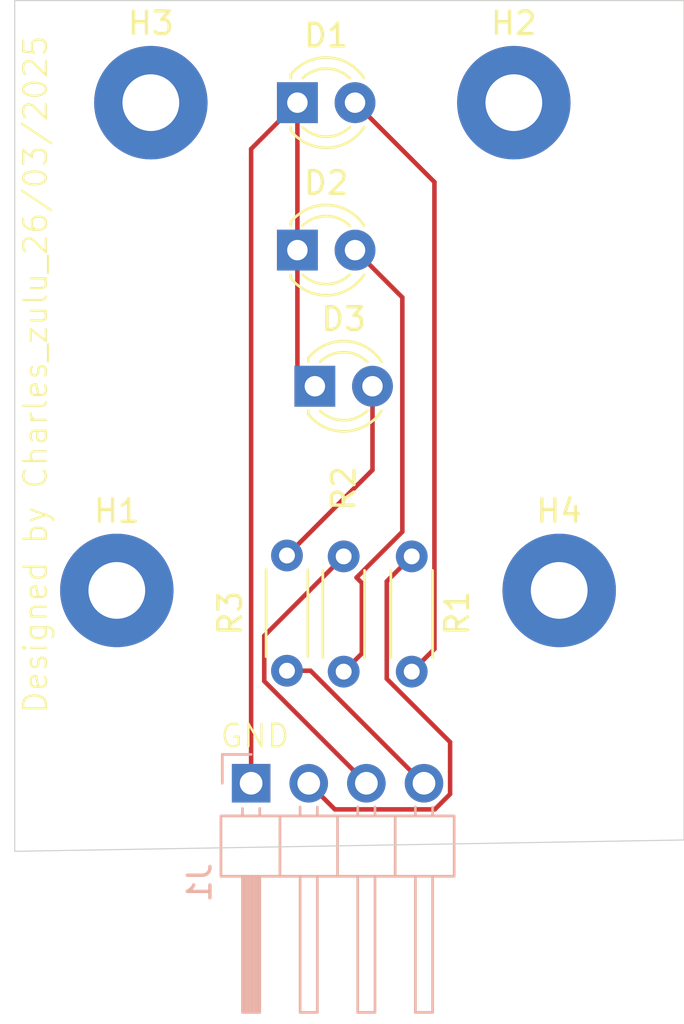
<source format=kicad_pcb>
(kicad_pcb (version 20241229) (generator "pcbnew") (generator_version "9.0")
  (layers (0 "F.Cu" signal) (2 "B.Cu" signal) (13 "F.Paste" user) (15 "B.Paste" user) (5 "F.SilkS" user "F.Silkscreen") (7 "B.SilkS" user "B.Silkscreen") (1 "F.Mask" user) (3 "B.Mask" user) (25 "Edge.Cuts" user))
  (net 0 "")
  (net 1 "Net-(D1-K)")
  (net 2 "Net-(D1-A)")
  (net 3 "Net-(D2-A)")
  (net 4 "Net-(D3-A)")
  (net 5 "Net-(J1-Pin_4)")
  (net 6 "Net-(J1-Pin_3)")
  (net 7 "Net-(J1-Pin_2)")
  (footprint "MountingHole:MountingHole_2.5mm_Pad" (layer "F.Cu") (at 151 105.5)
    (property "Reference" "H4" (at 0 -3.5 0) (layer "F.SilkS"))
    (property "Value" "MountingHole")
    (pad "1" thru_hole circle (at 0 0) (size 5 5) (drill 2.5) (layers "*.Cu" "*.Mask"))
  )
  (footprint "MountingHole:MountingHole_2.5mm_Pad" (layer "F.Cu") (at 149 84)
    (property "Reference" "H2" (at 0 -3.5 0) (layer "F.SilkS"))
    (property "Value" "MountingHole")
    (pad "1" thru_hole circle (at 0 0) (size 5 5) (drill 2.5) (layers "*.Cu" "*.Mask"))
  )
  (footprint "LED_THT:LED_D3.0mm" (layer "F.Cu") (at 139.46 84)
    (property "Reference" "D1" (at 1.27 -2.96 0) (layer "F.SilkS"))
    (property "Value" "LED")
    (fp_line (start -0.29 -1.236) (end -0.29 -1.08) (stroke (width 0.12)) (layer "F.SilkS"))
    (fp_line (start -0.29 1.08) (end -0.29 1.236) (stroke (width 0.12)) (layer "F.SilkS"))
    (fp_arc (start -0.29 -1.235516) (mid 1.365624 -1.987701) (end 2.941397 -1.080061) (stroke (width 0.12)) (layer "F.SilkS"))
    (fp_arc (start 0.229039 -1.08) (mid 1.269964 -1.5) (end 2.31091 -1.080049) (stroke (width 0.12)) (layer "F.SilkS"))
    (fp_arc (start 2.31091 1.080049) (mid 1.269964 1.5) (end 0.229039 1.08) (stroke (width 0.12)) (layer "F.SilkS"))
    (fp_arc (start 2.941397 1.080061) (mid 1.365624 1.987701) (end -0.29 1.235516) (stroke (width 0.12)) (layer "F.SilkS"))
    (pad "1" thru_hole rect (at 0 0) (size 1.8 1.8) (drill 0.9) (layers "*.Cu" "*.Mask") (net 1 "Net-(D1-K)"))
    (pad "2" thru_hole circle (at 2.54 0) (size 1.8 1.8) (drill 0.9) (layers "*.Cu" "*.Mask") (net 2 "Net-(D1-A)"))
  )
  (footprint "MountingHole:MountingHole_2.5mm_Pad" (layer "F.Cu") (at 131.5 105.5)
    (property "Reference" "H1" (at 0 -3.5 0) (layer "F.SilkS"))
    (property "Value" "MountingHole")
    (pad "1" thru_hole circle (at 0 0) (size 5 5) (drill 2.5) (layers "*.Cu" "*.Mask"))
  )
  (footprint "Resistor_THT:R_Axial_DIN0204_L3.6mm_D1.6mm_P5.08mm_Horizontal" (layer "F.Cu") (at 139 103.96 -90)
    (property "Reference" "R3" (at 2.54 2.5 90) (layer "F.SilkS"))
    (property "Value" "R")
    (fp_line (start 0.62 0.92) (end 4.46 0.92) (stroke (width 0.12)) (layer "F.SilkS"))
    (fp_line (start 0.62 -0.92) (end 4.46 -0.92) (stroke (width 0.12)) (layer "F.SilkS"))
    (pad "1" thru_hole circle (at 0 0 270) (size 1.4 1.4) (drill 0.7) (layers "*.Cu" "*.Mask") (net 4 "Net-(D3-A)"))
    (pad "2" thru_hole oval (at 5.08 0 270) (size 1.4 1.4) (drill 0.7) (layers "*.Cu" "*.Mask") (net 5 "Net-(J1-Pin_4)"))
  )
  (footprint "MountingHole:MountingHole_2.5mm_Pad" (layer "F.Cu") (at 133 84)
    (property "Reference" "H3" (at 0 -3.5 0) (layer "F.SilkS"))
    (property "Value" "MountingHole")
    (pad "1" thru_hole circle (at 0 0) (size 5 5) (drill 2.5) (layers "*.Cu" "*.Mask"))
  )
  (footprint "Resistor_THT:R_Axial_DIN0204_L3.6mm_D1.6mm_P5.08mm_Horizontal" (layer "F.Cu") (at 144.5 109.08 90)
    (property "Reference" "R1" (at 2.58 2 90) (layer "F.SilkS"))
    (property "Value" "R")
    (fp_line (start 0.62 -0.92) (end 4.46 -0.92) (stroke (width 0.12)) (layer "F.SilkS"))
    (fp_line (start 0.62 0.92) (end 4.46 0.92) (stroke (width 0.12)) (layer "F.SilkS"))
    (pad "1" thru_hole circle (at 0 0 90) (size 1.4 1.4) (drill 0.7) (layers "*.Cu" "*.Mask") (net 2 "Net-(D1-A)"))
    (pad "2" thru_hole oval (at 5.08 0 90) (size 1.4 1.4) (drill 0.7) (layers "*.Cu" "*.Mask") (net 7 "Net-(J1-Pin_2)"))
  )
  (footprint "LED_THT:LED_D3.0mm" (layer "F.Cu") (at 139.46 90.5)
    (property "Reference" "D2" (at 1.27 -2.96 0) (layer "F.SilkS"))
    (property "Value" "LED")
    (fp_line (start -0.29 -1.236) (end -0.29 -1.08) (stroke (width 0.12)) (layer "F.SilkS"))
    (fp_line (start -0.29 1.08) (end -0.29 1.236) (stroke (width 0.12)) (layer "F.SilkS"))
    (fp_arc (start -0.29 -1.235516) (mid 1.365624 -1.987701) (end 2.941397 -1.080061) (stroke (width 0.12)) (layer "F.SilkS"))
    (fp_arc (start 0.229039 -1.08) (mid 1.269964 -1.5) (end 2.31091 -1.080049) (stroke (width 0.12)) (layer "F.SilkS"))
    (fp_arc (start 2.31091 1.080049) (mid 1.269964 1.5) (end 0.229039 1.08) (stroke (width 0.12)) (layer "F.SilkS"))
    (fp_arc (start 2.941397 1.080061) (mid 1.365624 1.987701) (end -0.29 1.235516) (stroke (width 0.12)) (layer "F.SilkS"))
    (pad "1" thru_hole rect (at 0 0) (size 1.8 1.8) (drill 0.9) (layers "*.Cu" "*.Mask") (net 1 "Net-(D1-K)"))
    (pad "2" thru_hole circle (at 2.54 0) (size 1.8 1.8) (drill 0.9) (layers "*.Cu" "*.Mask") (net 3 "Net-(D2-A)"))
  )
  (footprint "LED_THT:LED_D3.0mm" (layer "F.Cu") (at 140.23 96.5)
    (property "Reference" "D3" (at 1.27 -2.96 0) (layer "F.SilkS"))
    (property "Value" "LED")
    (fp_line (start -0.29 -1.236) (end -0.29 -1.08) (stroke (width 0.12)) (layer "F.SilkS"))
    (fp_line (start -0.29 1.08) (end -0.29 1.236) (stroke (width 0.12)) (layer "F.SilkS"))
    (fp_arc (start -0.29 -1.235516) (mid 1.365624 -1.987701) (end 2.941397 -1.080061) (stroke (width 0.12)) (layer "F.SilkS"))
    (fp_arc (start 0.229039 -1.08) (mid 1.269964 -1.5) (end 2.31091 -1.080049) (stroke (width 0.12)) (layer "F.SilkS"))
    (fp_arc (start 2.31091 1.080049) (mid 1.269964 1.5) (end 0.229039 1.08) (stroke (width 0.12)) (layer "F.SilkS"))
    (fp_arc (start 2.941397 1.080061) (mid 1.365624 1.987701) (end -0.29 1.235516) (stroke (width 0.12)) (layer "F.SilkS"))
    (pad "1" thru_hole rect (at 0 0) (size 1.8 1.8) (drill 0.9) (layers "*.Cu" "*.Mask") (net 1 "Net-(D1-K)"))
    (pad "2" thru_hole circle (at 2.54 0) (size 1.8 1.8) (drill 0.9) (layers "*.Cu" "*.Mask") (net 4 "Net-(D3-A)"))
  )
  (footprint "Resistor_THT:R_Axial_DIN0204_L3.6mm_D1.6mm_P5.08mm_Horizontal" (layer "F.Cu") (at 141.5 109.08 90)
    (property "Reference" "R2" (at 8.08 0 90) (layer "F.SilkS"))
    (property "Value" "R")
    (fp_line (start 0.62 -0.92) (end 4.46 -0.92) (stroke (width 0.12)) (layer "F.SilkS"))
    (fp_line (start 0.62 0.92) (end 4.46 0.92) (stroke (width 0.12)) (layer "F.SilkS"))
    (pad "1" thru_hole circle (at 0 0 90) (size 1.4 1.4) (drill 0.7) (layers "*.Cu" "*.Mask") (net 3 "Net-(D2-A)"))
    (pad "2" thru_hole oval (at 5.08 0 90) (size 1.4 1.4) (drill 0.7) (layers "*.Cu" "*.Mask") (net 6 "Net-(J1-Pin_3)"))
  )
  (footprint "Connector_PinHeader_2.54mm:PinHeader_1x04_P2.54mm_Horizontal" (layer "B.Cu") (at 137.42 114 -90)
    (property "Reference" "J1" (at 4.385 2.27 90) (layer "B.SilkS") (effects (justify mirror)))
    (property "Value" "Conn_01x04_Pin")
    (fp_line (start 1.44 1.33) (end 1.44 -8.95) (stroke (width 0.12)) (layer "B.SilkS"))
    (fp_line (start 4.1 1.33) (end 1.44 1.33) (stroke (width 0.12)) (layer "B.SilkS"))
    (fp_line (start -1.27 1.27) (end 0 1.27) (stroke (width 0.12)) (layer "B.SilkS"))
    (fp_line (start 1.11 0.38) (end 1.44 0.38) (stroke (width 0.12)) (layer "B.SilkS"))
    (fp_line (start 4.1 0.38) (end 10.1 0.38) (stroke (width 0.12)) (layer "B.SilkS"))
    (fp_line (start 10.1 0.38) (end 10.1 -0.38) (stroke (width 0.12)) (layer "B.SilkS"))
    (fp_line (start 4.1 0.32) (end 10.1 0.32) (stroke (width 0.12)) (layer "B.SilkS"))
    (fp_line (start 4.1 0.2) (end 10.1 0.2) (stroke (width 0.12)) (layer "B.SilkS"))
    (fp_line (start 4.1 0.08) (end 10.1 0.08) (stroke (width 0.12)) (layer "B.SilkS"))
    (fp_line (start -1.27 0) (end -1.27 1.27) (stroke (width 0.12)) (layer "B.SilkS"))
    (fp_line (start 4.1 -0.04) (end 10.1 -0.04) (stroke (width 0.12)) (layer "B.SilkS"))
    (fp_line (start 4.1 -0.16) (end 10.1 -0.16) (stroke (width 0.12)) (layer "B.SilkS"))
    (fp_line (start 4.1 -0.28) (end 10.1 -0.28) (stroke (width 0.12)) (layer "B.SilkS"))
    (fp_line (start 1.11 -0.38) (end 1.44 -0.38) (stroke (width 0.12)) (layer "B.SilkS"))
    (fp_line (start 10.1 -0.38) (end 4.1 -0.38) (stroke (width 0.12)) (layer "B.SilkS"))
    (fp_line (start 1.44 -1.27) (end 4.1 -1.27) (stroke (width 0.12)) (layer "B.SilkS"))
    (fp_line (start 1.042929 -2.16) (end 1.44 -2.16) (stroke (width 0.12)) (layer "B.SilkS"))
    (fp_line (start 4.1 -2.16) (end 10.1 -2.16) (stroke (width 0.12)) (layer "B.SilkS"))
    (fp_line (start 10.1 -2.16) (end 10.1 -2.92) (stroke (width 0.12)) (layer "B.SilkS"))
    (fp_line (start 1.042929 -2.92) (end 1.44 -2.92) (stroke (width 0.12)) (layer "B.SilkS"))
    (fp_line (start 10.1 -2.92) (end 4.1 -2.92) (stroke (width 0.12)) (layer "B.SilkS"))
    (fp_line (start 1.44 -3.81) (end 4.1 -3.81) (stroke (width 0.12)) (layer "B.SilkS"))
    (fp_line (start 1.042929 -4.7) (end 1.44 -4.7) (stroke (width 0.12)) (layer "B.SilkS"))
    (fp_line (start 4.1 -4.7) (end 10.1 -4.7) (stroke (width 0.12)) (layer "B.SilkS"))
    (fp_line (start 10.1 -4.7) (end 10.1 -5.46) (stroke (width 0.12)) (layer "B.SilkS"))
    (fp_line (start 1.042929 -5.46) (end 1.44 -5.46) (stroke (width 0.12)) (layer "B.SilkS"))
    (fp_line (start 10.1 -5.46) (end 4.1 -5.46) (stroke (width 0.12)) (layer "B.SilkS"))
    (fp_line (start 1.44 -6.35) (end 4.1 -6.35) (stroke (width 0.12)) (layer "B.SilkS"))
    (fp_line (start 1.042929 -7.24) (end 1.44 -7.24) (stroke (width 0.12)) (layer "B.SilkS"))
    (fp_line (start 4.1 -7.24) (end 10.1 -7.24) (stroke (width 0.12)) (layer "B.SilkS"))
    (fp_line (start 10.1 -7.24) (end 10.1 -8) (stroke (width 0.12)) (layer "B.SilkS"))
    (fp_line (start 1.042929 -8) (end 1.44 -8) (stroke (width 0.12)) (layer "B.SilkS"))
    (fp_line (start 10.1 -8) (end 4.1 -8) (stroke (width 0.12)) (layer "B.SilkS"))
    (fp_line (start 1.44 -8.95) (end 4.1 -8.95) (stroke (width 0.12)) (layer "B.SilkS"))
    (fp_line (start 4.1 -8.95) (end 4.1 1.33) (stroke (width 0.12)) (layer "B.SilkS"))
    (pad "1" thru_hole rect (at 0 0 270) (size 1.7 1.7) (drill 1) (layers "*.Cu" "*.Mask") (net 1 "Net-(D1-K)"))
    (pad "2" thru_hole oval (at 0 -2.54 270) (size 1.7 1.7) (drill 1) (layers "*.Cu" "*.Mask") (net 7 "Net-(J1-Pin_2)"))
    (pad "3" thru_hole oval (at 0 -5.08 270) (size 1.7 1.7) (drill 1) (layers "*.Cu" "*.Mask") (net 6 "Net-(J1-Pin_3)"))
    (pad "4" thru_hole oval (at 0 -7.62 270) (size 1.7 1.7) (drill 1) (layers "*.Cu" "*.Mask") (net 5 "Net-(J1-Pin_4)"))
  )
  (gr_line (start 156.5 79.5) (end 127 79.5) (stroke (width 0.05)) (layer "Edge.Cuts"))
  (gr_line (start 127 117) (end 156.5 116.5) (stroke (width 0.05)) (layer "Edge.Cuts"))
  (gr_line (start 127 79.5) (end 127 117) (stroke (width 0.05)) (layer "Edge.Cuts"))
  (gr_line (start 156.5 116.5) (end 156.5 79.5) (stroke (width 0.05)) (layer "Edge.Cuts"))
  (gr_text "GND" (at 136 112.5 0) (layer "F.SilkS") (effects (font (size 1 1) (thickness 0.1)) (justify left bottom)))
  (gr_text "Designed by Charles_zulu_26/03/2025" (at 128.5 111 90) (layer "F.SilkS") (effects (font (size 1 1) (thickness 0.1)) (justify left bottom)))
  (segment (start 139.46 84) (end 139.46 90.5) (width 0.2) (layer "F.Cu") (net 1))
  (segment (start 137.42 86.04) (end 137.42 114) (width 0.2) (layer "F.Cu") (net 1))
  (segment (start 139.46 90.5) (end 139.46 96.23) (width 0.2) (layer "F.Cu") (net 1))
  (segment (start 139.46 84) (end 137.42 86.04) (width 0.2) (layer "F.Cu") (net 1))
  (segment (start 139.46 96.23) (end 139.73 96.5) (width 0.2) (layer "F.Cu") (net 1))
  (segment (start 145.501 87.501) (end 145.501 108.079) (width 0.2) (layer "F.Cu") (net 2))
  (segment (start 142 84) (end 145.501 87.501) (width 0.2) (layer "F.Cu") (net 2))
  (segment (start 145.501 108.079) (end 144.5 109.08) (width 0.2) (layer "F.Cu") (net 2))
  (segment (start 142.065685 104.934314) (end 142.3 105.168629) (width 0.2) (layer "F.Cu") (net 3))
  (segment (start 142.3 105.168629) (end 142.3 108.28) (width 0.2) (layer "F.Cu") (net 3))
  (segment (start 144.085372 102.914628) (end 142.065685 104.934314) (width 0.2) (layer "F.Cu") (net 3))
  (segment (start 142 90.5) (end 144.085372 92.585372) (width 0.2) (layer "F.Cu") (net 3))
  (segment (start 142.3 108.28) (end 141.5 109.08) (width 0.2) (layer "F.Cu") (net 3))
  (segment (start 144.085372 92.585372) (end 144.085372 102.914628) (width 0.2) (layer "F.Cu") (net 3))
  (segment (start 142.77 100.19) (end 139 103.96) (width 0.2) (layer "F.Cu") (net 4))
  (segment (start 142.77 96.5) (end 142.77 100.19) (width 0.2) (layer "F.Cu") (net 4))
  (segment (start 139 109.04) (end 140.04 109.04) (width 0.2) (layer "F.Cu") (net 5))
  (segment (start 145 114) (end 145.04 114) (width 0.2) (layer "F.Cu") (net 5))
  (segment (start 140.04 109.04) (end 145 114) (width 0.2) (layer "F.Cu") (net 5))
  (segment (start 142.5 114) (end 137.999 109.499) (width 0.2) (layer "F.Cu") (net 6))
  (segment (start 137.999 109.499) (end 137.999 107.501) (width 0.2) (layer "F.Cu") (net 6))
  (segment (start 137.999 107.501) (end 141.5 104) (width 0.2) (layer "F.Cu") (net 6))
  (segment (start 144.5 104) (end 144.5 103.5) (width 0.2) (layer "F.Cu") (net 7))
  (segment (start 146.191 114.47676) (end 146.191 112.186628) (width 0.2) (layer "F.Cu") (net 7))
  (segment (start 146.191 112.186628) (end 143.399 109.394628) (width 0.2) (layer "F.Cu") (net 7))
  (segment (start 141.111 115.151) (end 145.51676 115.151) (width 0.2) (layer "F.Cu") (net 7))
  (segment (start 143.399 109.394628) (end 143.399 105.101) (width 0.2) (layer "F.Cu") (net 7))
  (segment (start 139.96 114) (end 141.111 115.151) (width 0.2) (layer "F.Cu") (net 7))
  (segment (start 143.399 105.101) (end 144.5 104) (width 0.2) (layer "F.Cu") (net 7))
  (segment (start 145.51676 115.151) (end 146.191 114.47676) (width 0.2) (layer "F.Cu") (net 7))
)
</source>
